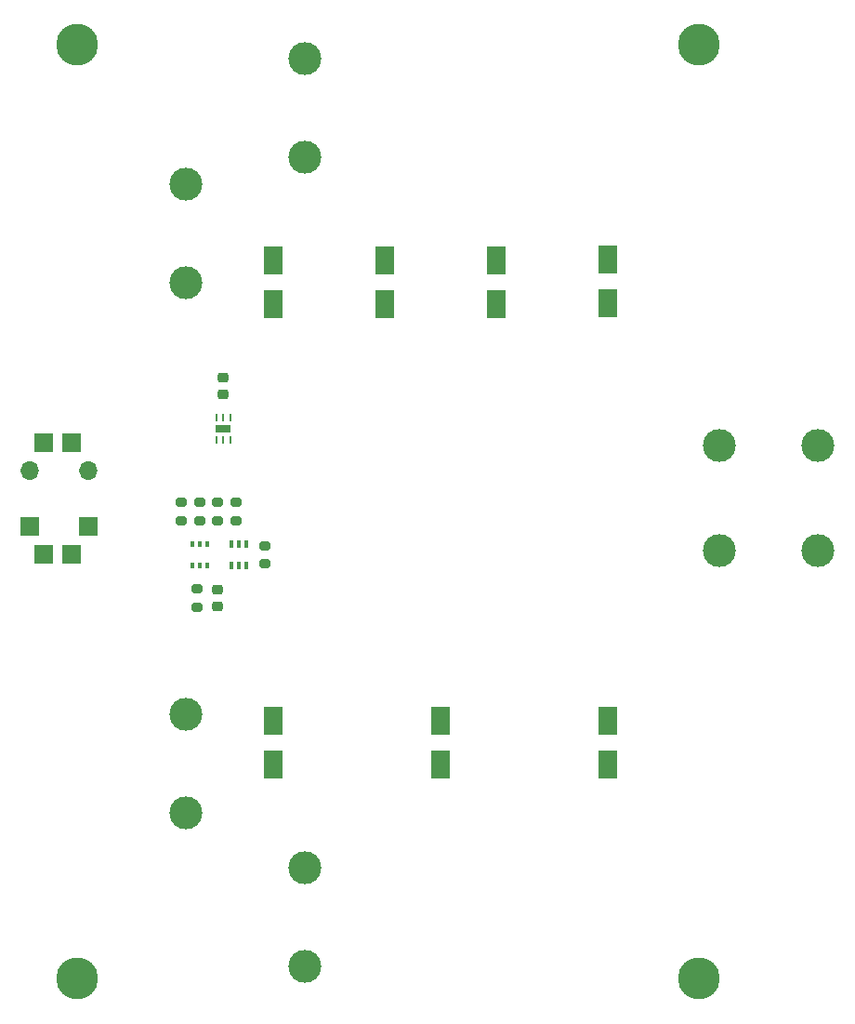
<source format=gts>
%TF.GenerationSoftware,KiCad,Pcbnew,(6.0.5)*%
%TF.CreationDate,2022-07-09T16:00:03-07:00*%
%TF.ProjectId,solar-panel-side-Z-plus,736f6c61-722d-4706-916e-656c2d736964,rev?*%
%TF.SameCoordinates,Original*%
%TF.FileFunction,Soldermask,Top*%
%TF.FilePolarity,Negative*%
%FSLAX46Y46*%
G04 Gerber Fmt 4.6, Leading zero omitted, Abs format (unit mm)*
G04 Created by KiCad (PCBNEW (6.0.5)) date 2022-07-09 16:00:03*
%MOMM*%
%LPD*%
G01*
G04 APERTURE LIST*
G04 Aperture macros list*
%AMRoundRect*
0 Rectangle with rounded corners*
0 $1 Rounding radius*
0 $2 $3 $4 $5 $6 $7 $8 $9 X,Y pos of 4 corners*
0 Add a 4 corners polygon primitive as box body*
4,1,4,$2,$3,$4,$5,$6,$7,$8,$9,$2,$3,0*
0 Add four circle primitives for the rounded corners*
1,1,$1+$1,$2,$3*
1,1,$1+$1,$4,$5*
1,1,$1+$1,$6,$7*
1,1,$1+$1,$8,$9*
0 Add four rect primitives between the rounded corners*
20,1,$1+$1,$2,$3,$4,$5,0*
20,1,$1+$1,$4,$5,$6,$7,0*
20,1,$1+$1,$6,$7,$8,$9,0*
20,1,$1+$1,$8,$9,$2,$3,0*%
G04 Aperture macros list end*
%ADD10R,1.700000X2.500000*%
%ADD11C,3.000000*%
%ADD12R,1.700000X1.700000*%
%ADD13O,1.700000X1.700000*%
%ADD14RoundRect,0.225000X0.250000X-0.225000X0.250000X0.225000X-0.250000X0.225000X-0.250000X-0.225000X0*%
%ADD15R,0.270000X0.740000*%
%ADD16R,1.350000X0.650000*%
%ADD17C,3.800000*%
%ADD18C,2.600000*%
%ADD19RoundRect,0.200000X0.275000X-0.200000X0.275000X0.200000X-0.275000X0.200000X-0.275000X-0.200000X0*%
%ADD20RoundRect,0.200000X-0.275000X0.200000X-0.275000X-0.200000X0.275000X-0.200000X0.275000X0.200000X0*%
%ADD21R,0.400000X0.650000*%
%ADD22RoundRect,0.225000X-0.250000X0.225000X-0.250000X-0.225000X0.250000X-0.225000X0.250000X0.225000X0*%
%ADD23R,0.400000X0.600000*%
G04 APERTURE END LIST*
D10*
X154940000Y-114840000D03*
X154940000Y-118840000D03*
X170180000Y-114840000D03*
X170180000Y-118840000D03*
X149860000Y-72930000D03*
X149860000Y-76930000D03*
X139700000Y-72930000D03*
X139700000Y-76930000D03*
D11*
X142575000Y-63555000D03*
X142575000Y-54555000D03*
X131745000Y-65985000D03*
X131745000Y-74985000D03*
D12*
X121285000Y-99695000D03*
X117475000Y-97155000D03*
X118745000Y-99695000D03*
X122845000Y-97155000D03*
D13*
X117475000Y-92075000D03*
D12*
X118745000Y-89535000D03*
X121285000Y-89535000D03*
D13*
X122845000Y-92075000D03*
D14*
X135128000Y-85166500D03*
X135128000Y-83616500D03*
D10*
X139700000Y-114840000D03*
X139700000Y-118840000D03*
X170180000Y-72835000D03*
X170180000Y-76835000D03*
X160020000Y-72930000D03*
X160020000Y-76930000D03*
D11*
X131745000Y-114245000D03*
X131745000Y-123245000D03*
X142575000Y-137215000D03*
X142575000Y-128215000D03*
X180285000Y-99395000D03*
X189285000Y-99395000D03*
X189285000Y-89835000D03*
X180285000Y-89835000D03*
D15*
X135778000Y-87270000D03*
X135128000Y-87270000D03*
X134478000Y-87270000D03*
X134478000Y-89260000D03*
X135128000Y-89260000D03*
X135778000Y-89260000D03*
D16*
X135128000Y-88265000D03*
D17*
X121760000Y-138340000D03*
D18*
X121760000Y-138340000D03*
X178434000Y-53340000D03*
D17*
X178434000Y-53340000D03*
X178434000Y-138340000D03*
D18*
X178434000Y-138340000D03*
X121760000Y-53340000D03*
D17*
X121760000Y-53340000D03*
D19*
X136271000Y-96646500D03*
X136271000Y-94996500D03*
X132715000Y-104520500D03*
X132715000Y-102870500D03*
D20*
X132969000Y-94996500D03*
X132969000Y-96646500D03*
D19*
X138938000Y-98933500D03*
X138938000Y-100583500D03*
D20*
X131318000Y-94996500D03*
X131318000Y-96646500D03*
X134620000Y-94996500D03*
X134620000Y-96646500D03*
D21*
X137175000Y-98808500D03*
X136525000Y-98808500D03*
X135875000Y-98808500D03*
X135875000Y-100708500D03*
X136525000Y-100708500D03*
X137175000Y-100708500D03*
D22*
X134620000Y-102920500D03*
X134620000Y-104470500D03*
D23*
X133619000Y-98808500D03*
X132969000Y-98808500D03*
X132319000Y-98808500D03*
X132319000Y-100708500D03*
X132969000Y-100708500D03*
X133619000Y-100708500D03*
M02*

</source>
